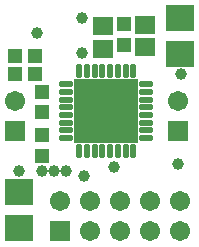
<source format=gbr>
%FSDAX24Y24*%
%MOIN*%
%SFA1B1*%

%IPPOS*%
%ADD32R,0.051300X0.047400*%
%ADD33O,0.049300X0.019800*%
%ADD34O,0.019800X0.049300*%
%ADD35R,0.216700X0.216700*%
%ADD36R,0.094600X0.086700*%
%ADD37R,0.067100X0.059200*%
%ADD38R,0.047400X0.051300*%
%ADD39R,0.067100X0.067100*%
%ADD40C,0.067100*%
%ADD41R,0.067100X0.067100*%
%ADD42C,0.039500*%
%LNde-120418_soldermask_top-1*%
%LPD*%
G54D32*
X035135Y023550D03*
X034465D03*
X035135Y022950D03*
X034465D03*
G54D33*
X036171Y022596D03*
Y022340D03*
Y022084D03*
Y021828D03*
Y021572D03*
Y021316D03*
Y021060D03*
Y020804D03*
X038829D03*
Y021060D03*
Y021316D03*
Y021572D03*
Y021828D03*
Y022084D03*
Y022340D03*
Y022596D03*
G54D34*
X036604Y020371D03*
X036860D03*
X037116D03*
X037372D03*
X037628D03*
X037884D03*
X038140D03*
X038396D03*
Y023029D03*
X038140D03*
X037884D03*
X037628D03*
X037372D03*
X037116D03*
X036860D03*
X036604D03*
G54D35*
X037500Y021700D03*
G54D36*
X039950Y024791D03*
Y023609D03*
X034600Y017809D03*
Y018991D03*
G54D37*
X038800Y023826D03*
Y024574D03*
X037400Y023776D03*
Y024524D03*
G54D38*
X038100Y023915D03*
Y024585D03*
X035350Y020215D03*
Y020885D03*
Y022335D03*
Y021665D03*
G54D39*
X034450Y021050D03*
X039900D03*
G54D40*
X034450Y022050D03*
X039950Y018700D03*
Y017700D03*
X038950Y018700D03*
Y017700D03*
X037950Y018700D03*
Y017700D03*
X036950Y018700D03*
Y017700D03*
X035950Y018700D03*
X039900Y022050D03*
G54D41*
X035950Y017700D03*
G54D42*
X036750Y019550D03*
X036150Y019700D03*
X035750D03*
X039900Y019950D03*
X039975Y022925D03*
X037750Y019850D03*
X036700Y024800D03*
X035350Y019700D03*
X034600D03*
X035200Y024300D03*
X036700Y023650D03*
M02*
</source>
